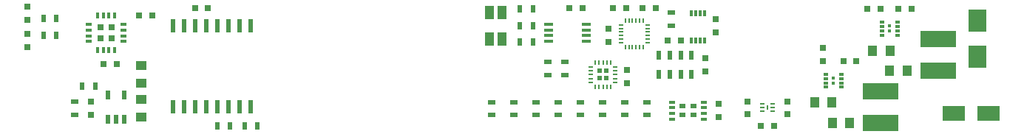
<source format=gtp>
G04 #@! TF.FileFunction,Paste,Top*
%FSLAX46Y46*%
G04 Gerber Fmt 4.6, Leading zero omitted, Abs format (unit mm)*
G04 Created by KiCad (PCBNEW 4.0.0-rc2-1-stable) date Mardi 07 juin 2016 13:35:49*
%MOMM*%
G01*
G04 APERTURE LIST*
%ADD10C,0.100000*%
%ADD11R,0.600000X1.100000*%
%ADD12R,0.600000X1.500000*%
%ADD13R,1.100000X0.400000*%
%ADD14R,0.350000X0.800000*%
%ADD15R,0.800000X0.350000*%
%ADD16R,0.750000X0.750000*%
%ADD17R,0.500000X0.900000*%
%ADD18R,0.900000X0.500000*%
%ADD19R,2.029460X2.651760*%
%ADD20R,2.499360X1.800860*%
%ADD21R,0.797560X0.797560*%
%ADD22R,1.000000X1.250000*%
%ADD23R,0.750000X0.800000*%
%ADD24R,0.800000X0.750000*%
%ADD25R,1.250000X1.000000*%
%ADD26R,0.500000X0.300000*%
%ADD27R,0.360000X0.360000*%
%ADD28R,1.100000X1.500000*%
%ADD29R,4.100000X1.850000*%
%ADD30R,0.300000X0.800000*%
%ADD31O,0.550000X0.200000*%
%ADD32O,0.200000X0.550000*%
%ADD33O,0.200000X0.600000*%
%ADD34O,0.600000X0.200000*%
%ADD35R,0.600000X0.600000*%
%ADD36R,0.500000X0.180000*%
%ADD37R,0.180000X0.564000*%
%ADD38R,0.700000X0.350000*%
%ADD39R,0.768000X0.588000*%
G04 APERTURE END LIST*
D10*
D11*
X100640049Y12892017D03*
X99390049Y12892017D03*
X98140049Y12892017D03*
X96890049Y12892017D03*
X96890049Y10692017D03*
X98140049Y10692017D03*
X99390049Y10692017D03*
X100640049Y10692017D03*
D12*
X41220000Y6966000D03*
X42490000Y6966000D03*
X43760000Y6966000D03*
X45030000Y6966000D03*
X46300000Y6966000D03*
X47570000Y6966000D03*
X48840000Y6966000D03*
X50110000Y6966000D03*
X50110000Y16266000D03*
X48840000Y16266000D03*
X47570000Y16266000D03*
X46300000Y16266000D03*
X45030000Y16266000D03*
X43760000Y16266000D03*
X42490000Y16266000D03*
X41220000Y16266000D03*
D13*
X84250032Y16423114D03*
X84250032Y15773114D03*
X84250032Y15123114D03*
X84250032Y14473114D03*
X88550032Y14473114D03*
X88550032Y15123114D03*
X88550032Y15773114D03*
X88550032Y16423114D03*
D14*
X34575000Y17426000D03*
X33925000Y17426000D03*
X33275000Y17426000D03*
X32625000Y17426000D03*
D15*
X31600000Y16401000D03*
X31600000Y15751000D03*
X31600000Y15101000D03*
X31600000Y14451000D03*
D14*
X32625000Y13426000D03*
X33275000Y13426000D03*
X33925000Y13426000D03*
X34575000Y13426000D03*
D15*
X35600000Y14451000D03*
X35600000Y15101000D03*
X35600000Y15751000D03*
X35600000Y16401000D03*
D16*
X32975000Y14801000D03*
X34225000Y14801000D03*
X32975000Y16051000D03*
X34225000Y16051000D03*
D17*
X32384000Y9297000D03*
X30884000Y9297000D03*
D18*
X80319785Y5973775D03*
X80319785Y7473775D03*
X82859785Y5973775D03*
X82859785Y7473775D03*
X85399785Y5973775D03*
X85399785Y7473775D03*
X87939785Y5973775D03*
X87939785Y7473775D03*
X90479785Y5973775D03*
X90479785Y7473775D03*
X93019785Y5973775D03*
X93019785Y7473775D03*
X95559785Y5973775D03*
X95559785Y7473775D03*
D17*
X46300000Y4725000D03*
X47800000Y4725000D03*
X80960032Y14391114D03*
X82460032Y14391114D03*
X80960032Y16296114D03*
X82460032Y16296114D03*
X80960032Y18201114D03*
X82460032Y18201114D03*
D18*
X29956082Y7532196D03*
X29956082Y6032196D03*
X86117000Y10579000D03*
X86117000Y12079000D03*
X84212000Y10579000D03*
X84212000Y12079000D03*
X98309000Y17782000D03*
X98309000Y16282000D03*
X77735000Y5995000D03*
X77735000Y7495000D03*
D17*
X27902000Y17077000D03*
X26402000Y17077000D03*
X27902000Y15172000D03*
X26402000Y15172000D03*
X49438000Y4725000D03*
X50938000Y4725000D03*
D19*
X133361000Y16843340D03*
X133361000Y12672660D03*
D20*
X130661020Y6155000D03*
X134658980Y6155000D03*
D21*
X31861082Y7531496D03*
X31861082Y6032896D03*
D22*
X114708000Y7425000D03*
X116708000Y7425000D03*
X121365195Y13394513D03*
X123365195Y13394513D03*
D23*
X115708000Y12230000D03*
X115708000Y13730000D03*
D24*
X120800000Y18187000D03*
X122300000Y18187000D03*
X119518000Y12218000D03*
X118018000Y12218000D03*
X125835195Y18220513D03*
X124335195Y18220513D03*
D22*
X118740000Y5106000D03*
X116740000Y5106000D03*
X125323195Y11108513D03*
X123323195Y11108513D03*
D23*
X107019345Y7575587D03*
X107019345Y6075587D03*
D24*
X110067345Y4781587D03*
X108567345Y4781587D03*
D23*
X111591345Y7575587D03*
X111591345Y6075587D03*
D25*
X37576082Y5782196D03*
X37576082Y7782196D03*
X37603000Y9694000D03*
X37603000Y11694000D03*
D23*
X103770000Y7278400D03*
X103770000Y5778400D03*
D24*
X99390049Y14586017D03*
X97890049Y14586017D03*
D23*
X102250049Y12542017D03*
X102250049Y11042017D03*
X93273785Y11168775D03*
X93273785Y9668775D03*
D24*
X93147244Y18318164D03*
X91647244Y18318164D03*
X95052244Y18318164D03*
X96552244Y18318164D03*
D23*
X91128622Y15893164D03*
X91128622Y14393164D03*
D24*
X43760000Y18314000D03*
X45260000Y18314000D03*
X88175032Y18328114D03*
X86675032Y18328114D03*
X34797000Y11837000D03*
X33297000Y11837000D03*
X37361000Y17425000D03*
X38861000Y17425000D03*
D23*
X24612000Y16962000D03*
X24612000Y18462000D03*
X24612000Y15287000D03*
X24612000Y13787000D03*
D26*
X124217504Y15175900D03*
X124217504Y15675900D03*
X124217504Y16175900D03*
X124217504Y16675900D03*
X122417504Y16675900D03*
X122417504Y16175900D03*
X122417504Y15675900D03*
X122417504Y15175900D03*
D27*
X123317504Y16225900D03*
X123317504Y15625900D03*
D26*
X117801000Y9195000D03*
X117801000Y9695000D03*
X117801000Y10195000D03*
X117801000Y10695000D03*
X116001000Y10695000D03*
X116001000Y10195000D03*
X116001000Y9695000D03*
X116001000Y9195000D03*
D27*
X116901000Y10245000D03*
X116901000Y9645000D03*
D28*
X78970032Y17758000D03*
X77470032Y17758000D03*
X77470032Y14758000D03*
X78970032Y14758000D03*
D29*
X128895195Y11056513D03*
X128895195Y14716513D03*
X122312000Y5106000D03*
X122312000Y8766000D03*
D30*
X102107000Y17705000D03*
X101607000Y17705000D03*
X101107000Y17705000D03*
X100607000Y17705000D03*
X102107000Y14605000D03*
X101607000Y14605000D03*
X101107000Y14605000D03*
X100607000Y14605000D03*
D31*
X95573622Y14343164D03*
D32*
X93073622Y16843164D03*
X95073622Y13843164D03*
D31*
X95573622Y14743164D03*
X95573622Y15143164D03*
X95573622Y15543164D03*
X95573622Y15943164D03*
X95573622Y16343164D03*
D32*
X95073622Y16843164D03*
X94673622Y16843164D03*
X94273622Y16843164D03*
X93873622Y16843164D03*
X93473622Y16843164D03*
D31*
X92573622Y16343164D03*
X92573622Y15943164D03*
X92573622Y15543164D03*
X92573622Y15143164D03*
X92573622Y14743164D03*
X92573622Y14343164D03*
D32*
X93073622Y13843164D03*
X93473622Y13843164D03*
X93873622Y13843164D03*
X94273622Y13843164D03*
X94673622Y13843164D03*
D33*
X89598785Y9253775D03*
X90048785Y9253775D03*
X90498785Y9253775D03*
X90948785Y9253775D03*
X91398785Y9253775D03*
D34*
X91898785Y9753775D03*
X91898785Y10203775D03*
X91898785Y10653775D03*
X91898785Y11103775D03*
X91898785Y11553775D03*
D33*
X91398785Y12053775D03*
X90948785Y12053775D03*
X90498785Y12053775D03*
X90048785Y12053775D03*
X89598785Y12053775D03*
D34*
X89098785Y11553775D03*
X89098785Y11103775D03*
X89098785Y10653775D03*
X89098785Y10203775D03*
X89098785Y9753775D03*
D35*
X90098785Y10253775D03*
X90098785Y11053775D03*
X90898785Y10253775D03*
X90898785Y11053775D03*
D11*
X33766082Y5512196D03*
X35666082Y5512196D03*
X33766082Y8312196D03*
X34716082Y5512196D03*
X35666082Y8312196D03*
D36*
X108731345Y7265587D03*
X108731345Y6865587D03*
X108731345Y6465587D03*
X109931345Y6465587D03*
X109931345Y6865587D03*
X109931345Y7265587D03*
D37*
X109331345Y6865587D03*
D23*
X103389000Y17032000D03*
X103389000Y15532000D03*
D38*
X102019000Y5546000D03*
X102019000Y6196000D03*
X102019000Y6846000D03*
X102019000Y7496000D03*
X98419000Y7496000D03*
X98419000Y6846000D03*
X98419000Y6196000D03*
X98419000Y5546000D03*
D39*
X99579000Y7011000D03*
X99579000Y6031000D03*
X100859000Y7011000D03*
X100859000Y6031000D03*
M02*

</source>
